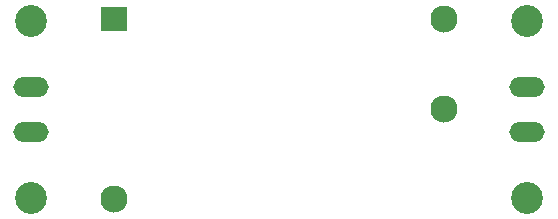
<source format=gbr>
%TF.GenerationSoftware,KiCad,Pcbnew,5.1.10*%
%TF.CreationDate,2021-05-04T11:12:31+02:00*%
%TF.ProjectId,AC-DC,41432d44-432e-46b6-9963-61645f706362,rev?*%
%TF.SameCoordinates,Original*%
%TF.FileFunction,Soldermask,Top*%
%TF.FilePolarity,Negative*%
%FSLAX46Y46*%
G04 Gerber Fmt 4.6, Leading zero omitted, Abs format (unit mm)*
G04 Created by KiCad (PCBNEW 5.1.10) date 2021-05-04 11:12:31*
%MOMM*%
%LPD*%
G01*
G04 APERTURE LIST*
%ADD10C,2.700000*%
%ADD11C,2.300000*%
%ADD12R,2.300000X2.000000*%
%ADD13O,3.000000X1.700000*%
G04 APERTURE END LIST*
D10*
%TO.C,REF\u002A\u002A*%
X21000000Y-7500000D03*
%TD*%
%TO.C,REF\u002A\u002A*%
X21000000Y7500000D03*
%TD*%
%TO.C,REF\u002A\u002A*%
X-21000000Y-7500000D03*
%TD*%
%TO.C,REF\u002A\u002A*%
X-21000000Y7500000D03*
%TD*%
D11*
%TO.C,PS1*%
X14000000Y0D03*
X-14000000Y-7600000D03*
D12*
X-14000000Y7600000D03*
D11*
X14000000Y7600000D03*
%TD*%
D13*
%TO.C,J2*%
X21000000Y1905000D03*
X21000000Y-1905000D03*
%TD*%
%TO.C,J1*%
X-21000000Y-1905000D03*
X-21000000Y1905000D03*
%TD*%
M02*

</source>
